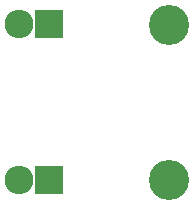
<source format=gbs>
G04 #@! TF.FileFunction,Soldermask,Bot*
%FSLAX46Y46*%
G04 Gerber Fmt 4.6, Leading zero omitted, Abs format (unit mm)*
G04 Created by KiCad (PCBNEW 4.0.1-2.fc23-product) date Tue 19 Jan 2016 10:13:06 PM CET*
%MOMM*%
G01*
G04 APERTURE LIST*
%ADD10C,0.100000*%
%ADD11R,2.432000X2.432000*%
%ADD12O,2.432000X2.432000*%
%ADD13C,3.400000*%
G04 APERTURE END LIST*
D10*
D11*
X180340000Y-100076000D03*
D12*
X177800000Y-100076000D03*
D11*
X180340000Y-113284000D03*
D12*
X177800000Y-113284000D03*
D13*
X190500000Y-113250000D03*
X190500000Y-100110000D03*
M02*

</source>
